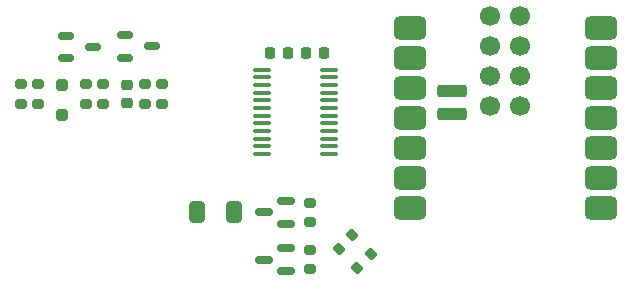
<source format=gbr>
%TF.GenerationSoftware,KiCad,Pcbnew,8.0.3*%
%TF.CreationDate,2025-03-09T15:38:32-04:00*%
%TF.ProjectId,200280rB,32303032-3830-4724-922e-6b696361645f,rev?*%
%TF.SameCoordinates,PX3473bc0PY5f5e100*%
%TF.FileFunction,Paste,Top*%
%TF.FilePolarity,Positive*%
%FSLAX46Y46*%
G04 Gerber Fmt 4.6, Leading zero omitted, Abs format (unit mm)*
G04 Created by KiCad (PCBNEW 8.0.3) date 2025-03-09 15:38:32*
%MOMM*%
%LPD*%
G01*
G04 APERTURE LIST*
G04 Aperture macros list*
%AMRoundRect*
0 Rectangle with rounded corners*
0 $1 Rounding radius*
0 $2 $3 $4 $5 $6 $7 $8 $9 X,Y pos of 4 corners*
0 Add a 4 corners polygon primitive as box body*
4,1,4,$2,$3,$4,$5,$6,$7,$8,$9,$2,$3,0*
0 Add four circle primitives for the rounded corners*
1,1,$1+$1,$2,$3*
1,1,$1+$1,$4,$5*
1,1,$1+$1,$6,$7*
1,1,$1+$1,$8,$9*
0 Add four rect primitives between the rounded corners*
20,1,$1+$1,$2,$3,$4,$5,0*
20,1,$1+$1,$4,$5,$6,$7,0*
20,1,$1+$1,$6,$7,$8,$9,0*
20,1,$1+$1,$8,$9,$2,$3,0*%
G04 Aperture macros list end*
%ADD10RoundRect,0.200000X-0.275000X0.200000X-0.275000X-0.200000X0.275000X-0.200000X0.275000X0.200000X0*%
%ADD11RoundRect,0.200000X0.275000X-0.200000X0.275000X0.200000X-0.275000X0.200000X-0.275000X-0.200000X0*%
%ADD12RoundRect,0.150000X-0.512500X-0.150000X0.512500X-0.150000X0.512500X0.150000X-0.512500X0.150000X0*%
%ADD13RoundRect,0.250000X-0.250000X0.250000X-0.250000X-0.250000X0.250000X-0.250000X0.250000X0.250000X0*%
%ADD14RoundRect,0.225000X-0.250000X0.225000X-0.250000X-0.225000X0.250000X-0.225000X0.250000X0.225000X0*%
%ADD15RoundRect,0.100000X-0.637500X-0.100000X0.637500X-0.100000X0.637500X0.100000X-0.637500X0.100000X0*%
%ADD16RoundRect,0.200000X-0.053033X0.335876X-0.335876X0.053033X0.053033X-0.335876X0.335876X-0.053033X0*%
%ADD17RoundRect,0.225000X0.225000X0.250000X-0.225000X0.250000X-0.225000X-0.250000X0.225000X-0.250000X0*%
%ADD18RoundRect,0.500000X-0.875000X-0.500000X0.875000X-0.500000X0.875000X0.500000X-0.875000X0.500000X0*%
%ADD19RoundRect,0.275000X0.975000X0.275000X-0.975000X0.275000X-0.975000X-0.275000X0.975000X-0.275000X0*%
%ADD20C,1.700000*%
%ADD21RoundRect,0.150000X0.587500X0.150000X-0.587500X0.150000X-0.587500X-0.150000X0.587500X-0.150000X0*%
%ADD22RoundRect,0.250000X0.412500X0.650000X-0.412500X0.650000X-0.412500X-0.650000X0.412500X-0.650000X0*%
G04 APERTURE END LIST*
D10*
%TO.C,R6*%
X74500000Y17325000D03*
X74500000Y15675000D03*
%TD*%
D11*
%TO.C,R5*%
X73000000Y15675000D03*
X73000000Y17325000D03*
%TD*%
D10*
%TO.C,R3*%
X68000000Y17325000D03*
X68000000Y15675000D03*
%TD*%
D11*
%TO.C,R4*%
X69500000Y15675000D03*
X69500000Y17325000D03*
%TD*%
%TO.C,R2*%
X64000000Y15675000D03*
X64000000Y17325000D03*
%TD*%
D10*
%TO.C,R1*%
X62500000Y17325000D03*
X62500000Y15675000D03*
%TD*%
D12*
%TO.C,Q2*%
X71362500Y21500000D03*
X71362500Y19600000D03*
X73637500Y20550000D03*
%TD*%
%TO.C,Q1*%
X66362500Y21450000D03*
X66362500Y19550000D03*
X68637500Y20500000D03*
%TD*%
D13*
%TO.C,D1*%
X66000000Y17250000D03*
X66000000Y14750000D03*
%TD*%
D14*
%TO.C,C3*%
X71500000Y15725000D03*
X71500000Y17275000D03*
%TD*%
D15*
%TO.C,U2*%
X82912500Y18575000D03*
X82912500Y17925000D03*
X82912500Y17275000D03*
X82912500Y16625000D03*
X82912500Y15975000D03*
X82912500Y15325000D03*
X82912500Y14675000D03*
X82912500Y14025000D03*
X82912500Y13375000D03*
X82912500Y12725000D03*
X82912500Y12075000D03*
X82912500Y11425000D03*
X88637500Y11425000D03*
X88637500Y12075000D03*
X88637500Y12725000D03*
X88637500Y13375000D03*
X88637500Y14025000D03*
X88637500Y14675000D03*
X88637500Y15325000D03*
X88637500Y15975000D03*
X88637500Y16625000D03*
X88637500Y17275000D03*
X88637500Y17925000D03*
X88637500Y18575000D03*
%TD*%
D16*
%TO.C,R8*%
X90583363Y4583363D03*
X89416637Y3416637D03*
%TD*%
D17*
%TO.C,C2*%
X88175000Y20000000D03*
X86625000Y20000000D03*
%TD*%
D18*
%TO.C,U3*%
X95438636Y22073000D03*
X95438636Y19533000D03*
X95438636Y16993000D03*
X95438636Y14453000D03*
X95438636Y11913000D03*
X95438636Y9373000D03*
X95438636Y6833000D03*
X111603636Y6833000D03*
X111603636Y9373000D03*
X111603636Y11913000D03*
X111603636Y14453000D03*
X111603636Y16993000D03*
X111603636Y19533000D03*
X111603636Y22073000D03*
D19*
X99048636Y14835000D03*
X99048636Y16740000D03*
D20*
X102223636Y23085000D03*
X104763636Y23085000D03*
X102223636Y20545000D03*
X104763636Y20545000D03*
X102223636Y18005000D03*
X104763636Y18005000D03*
X102223636Y15465000D03*
X104763636Y15465000D03*
%TD*%
D21*
%TO.C,Q4*%
X84937500Y1550000D03*
X84937500Y3450000D03*
X83062500Y2500000D03*
%TD*%
D17*
%TO.C,C1*%
X85175000Y20000000D03*
X83625000Y20000000D03*
%TD*%
D10*
%TO.C,R7*%
X87000000Y7325000D03*
X87000000Y5675000D03*
%TD*%
D22*
%TO.C,C4*%
X80562500Y6500000D03*
X77437500Y6500000D03*
%TD*%
D21*
%TO.C,Q3*%
X84937500Y5550000D03*
X84937500Y7450000D03*
X83062500Y6500000D03*
%TD*%
D16*
%TO.C,R10*%
X92183363Y2983363D03*
X91016637Y1816637D03*
%TD*%
D10*
%TO.C,R9*%
X87000000Y3325000D03*
X87000000Y1675000D03*
%TD*%
M02*

</source>
